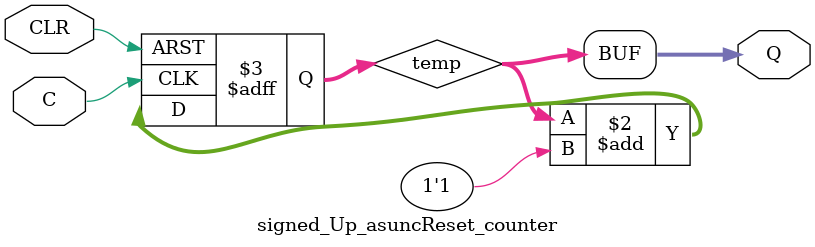
<source format=v>
`timescale 1ns / 1ps

module signed_Up_asuncReset_counter(
    input C,
    input CLR,
    output signed [3:0] Q
    );
	 
	 reg signed [3:0] temp;
	 
	 always @ (posedge C or posedge CLR) begin
		if (CLR)
			temp <= 4'b0000;
		else
			temp <= temp + 1'b1;
	 end
	 
	 assign Q = temp;
	 
endmodule

</source>
